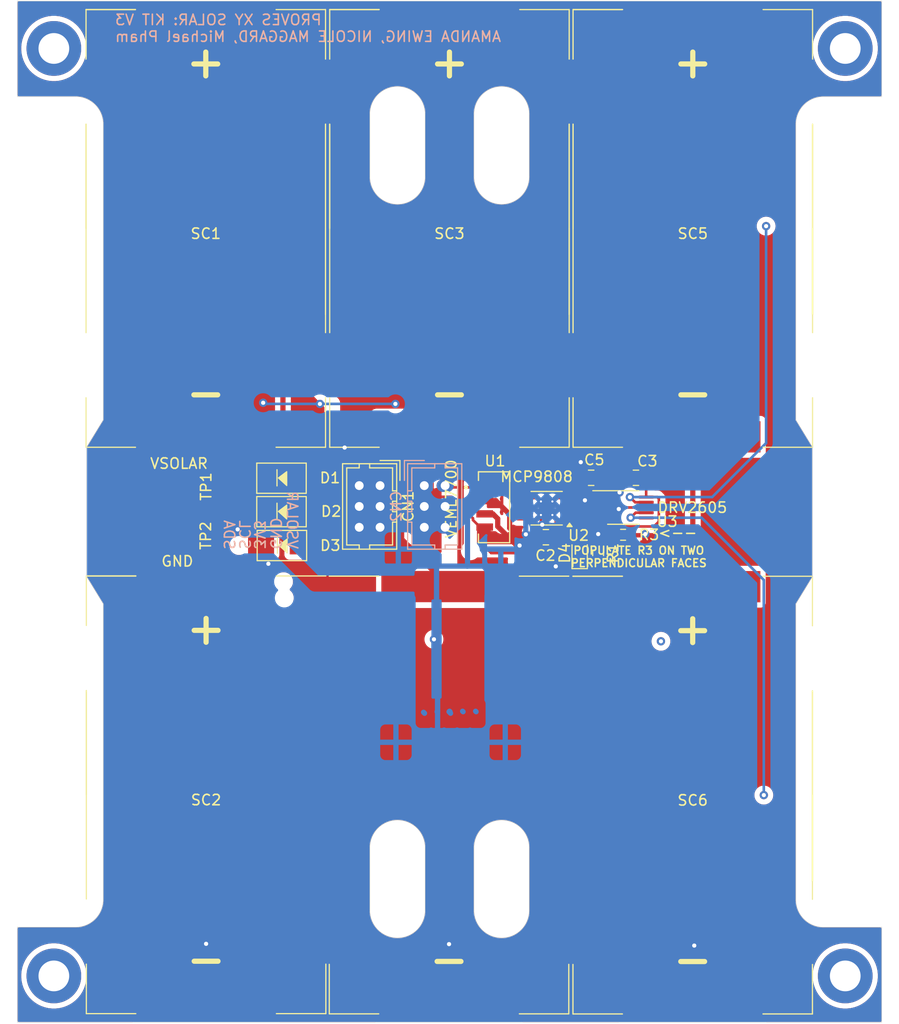
<source format=kicad_pcb>
(kicad_pcb (version 20241229) (generator "pcbnew") (generator_version "9.0")
  (title_block (title "Yearling Kit XY Faces") (date "2023-03-20") (rev "3.0"))
  (layers (0 "F.Cu" signal) (4 "In1.Cu" signal) (6 "In2.Cu" signal) (2 "B.Cu" signal) (13 "F.Paste" user) (15 "B.Paste" user) (5 "F.SilkS" user "F.Silkscreen") (7 "B.SilkS" user "B.Silkscreen") (1 "F.Mask" user) (3 "B.Mask" user) (25 "Edge.Cuts" user))
  (net 0 "")
  (net 1 "GND")
  (net 2 "+3V3")
  (net 3 "VSOLAR")
  (net 4 "Net-(U3-EN)")
  (net 5 "Net-(U3-REG)")
  (net 6 "Net-(D1-A)")
  (net 7 "Net-(D2-A)")
  (net 8 "SDA")
  (net 9 "SCL")
  (net 10 "Net-(D3-A)")
  (net 11 "Net-(D4-A)")
  (net 16 "Net-(SC1--)")
  (net 17 "Net-(SC3--)")
  (net 18 "Net-(SC5--)")
  (net 20 "Net-(U3-OUT+)")
  (footprint "SolarPanelBoards:MountingHoles" (layer "F.Cu") (at 106 70.3)
    (property "Reference" "J2" (at 0.54 0.01 0) (layer "F.SilkS"))
    (property "Value" "Conn_01x01")
    (pad "1" thru_hole circle (at 0.5 0) (size 5.25 5.25) (drill 2.95) (layers "*.Cu" "*.Mask"))
  )
  (footprint "SolarPanelBoards:MountingHoles" (layer "F.Cu") (at 106 159.3)
    (property "Reference" "J3" (at 0.42 0.13 0) (layer "F.SilkS"))
    (property "Value" "Conn_01x01")
    (pad "1" thru_hole circle (at 0.5 0) (size 5.25 5.25) (drill 2.95) (layers "*.Cu" "*.Mask"))
  )
  (footprint "SolarPanelBoards:MountingHoles" (layer "F.Cu") (at 183 70.3)
    (property "Reference" "J4" (at -0.4 0.08 0) (layer "F.SilkS"))
    (property "Value" "Conn_01x01")
    (pad "1" thru_hole circle (at -0.5 0) (size 5.25 5.25) (drill 2.95) (layers "*.Cu" "*.Mask"))
  )
  (footprint "SolarPanelBoards:MountingHoles" (layer "F.Cu") (at 183 159.3)
    (property "Reference" "J5" (at -0.62 0.07 0) (layer "F.SilkS"))
    (property "Value" "Conn_01x01")
    (pad "1" thru_hole circle (at -0.5 0) (size 5.25 5.25) (drill 2.95) (layers "*.Cu" "*.Mask"))
  )
  (footprint "LOGO" (layer "F.Cu") (at 145.2 139.3)
    (property "Reference" "G***" (hide yes))
    (property "Value" "LOGO" (hide yes))
  )
  (footprint "Package_SO:MSOP-8-1EP_3x3mm_P0.65mm_EP1.5x1.8mm_ThermalVias" (layer "F.Cu") (at 153.825 114.42 180)
    (property "Reference" "U2" (at -3.06875 -2.61125 0) (layer "F.SilkS"))
    (property "Value" "MCP9808_DFN")
    (pad "1" smd roundrect (at -2.1125 -0.975 180) (size 1.575 0.4) (layers "F.Cu" "F.Mask" "F.Paste") (net 8 "SDA"))
    (pad "2" smd roundrect (at -2.1125 -0.325 180) (size 1.575 0.4) (layers "F.Cu" "F.Mask" "F.Paste") (net 9 "SCL"))
    (pad "3" smd roundrect (at -2.1125 0.325 180) (size 1.575 0.4) (layers "F.Cu" "F.Mask" "F.Paste"))
    (pad "4" smd roundrect (at -2.1125 0.975 180) (size 1.575 0.4) (layers "F.Cu" "F.Mask" "F.Paste") (net 1 "GND"))
    (pad "5" smd roundrect (at 2.1125 0.975 180) (size 1.575 0.4) (layers "F.Cu" "F.Mask" "F.Paste") (net 1 "GND"))
    (pad "6" smd roundrect (at 2.1125 0.325 180) (size 1.575 0.4) (layers "F.Cu" "F.Mask" "F.Paste") (net 2 "+3V3"))
    (pad "7" smd roundrect (at 2.1125 -0.325 180) (size 1.575 0.4) (layers "F.Cu" "F.Mask" "F.Paste") (net 2 "+3V3"))
    (pad "8" smd roundrect (at 2.1125 -0.975 180) (size 1.575 0.4) (layers "F.Cu" "F.Mask" "F.Paste") (net 2 "+3V3"))
    (pad "9" thru_hole circle (at -0.55 -0.65 180) (size 0.5 0.5) (drill 0.2) (property pad_prop_heatsink) (layers "*.Cu") (net 1 "GND"))
    (pad "9" thru_hole circle (at -0.55 0.65 180) (size 0.5 0.5) (drill 0.2) (property pad_prop_heatsink) (layers "*.Cu") (net 1 "GND"))
    (pad "9" smd rect (at 0 0 180) (size 1.5 1.8) (property pad_prop_heatsink) (layers "F.Cu" "F.Mask") (net 1 "GND"))
    (pad "9" smd rect (at 0 0 180) (size 1.6 1.8) (property pad_prop_heatsink) (layers "B.Cu") (net 1 "GND"))
    (pad "9" thru_hole circle (at 0.55 -0.65 180) (size 0.5 0.5) (drill 0.2) (property pad_prop_heatsink) (layers "*.Cu") (net 1 "GND"))
    (pad "9" thru_hole circle (at 0.55 0.65 180) (size 0.5 0.5) (drill 0.2) (property pad_prop_heatsink) (layers "*.Cu") (net 1 "GND"))
  )
  (footprint "SolarPanelBoards:KXOB101K08F-TR" (layer "F.Cu") (at 167.86 87.57)
    (property "Reference" "SC5" (at 0 0.5 0) (layer "F.SilkS"))
    (property "Value" "SM101K07TF")
    (fp_text user "+" (at 0 -16 0) (layer "F.SilkS") (effects (font (size 3 3) (thickness 0.5))))
    (fp_text user "-" (at 0 15.75 0) (layer "F.SilkS") (effects (font (size 3 3) (thickness 0.5))))
    (pad "1" smd rect (at 0 -20) (size 13 3) (layers "F.Cu" "F.Mask" "F.Paste") (net 10 "Net-(D3-A)"))
    (pad "2" smd rect (at 0 20) (size 13 3) (layers "F.Cu" "F.Mask" "F.Paste") (net 18 "Net-(SC5--)"))
  )
  (footprint "SolarPanelBoards:Test Pad" (layer "F.Cu") (at 118.37 112.45 90)
    (property "Reference" "TP1" (at 0.11 2.75 90) (layer "F.SilkS"))
    (property "Value" "TestPoint")
    (pad "1" smd roundrect (at 0 0 90) (size 3 3) (layers "F.Cu" "F.Mask" "F.Paste") (net 3 "VSOLAR"))
  )
  (footprint "Connector_Hirose:Hirose_DF11-6DP-2DSA_2x03_P2.00mm_Vertical" (layer "F.Cu") (at 137.825 112.25 -90)
    (property "Reference" "CN1" (at 2 -2.7 90) (layer "F.SilkS"))
    (property "Value" "DF13A-5P-1.25H(21)")
    (pad "1" thru_hole roundrect (at 0 0 270) (size 1.2 1.65) (drill 0.85) (layers "*.Cu" "*.Mask") (roundrect_rratio 0.208333) (net 8 "SDA"))
    (pad "2" thru_hole oval (at 0 2 270) (size 1.2 1.65) (drill 0.85) (layers "*.Cu" "*.Mask") (net 9 "SCL"))
    (pad "3" thru_hole oval (at 2 0 270) (size 1.2 1.65) (drill 0.85) (layers "*.Cu" "*.Mask") (net 2 "+3V3"))
    (pad "4" thru_hole oval (at 2 2 270) (size 1.2 1.65) (drill 0.85) (layers "*.Cu" "*.Mask") (net 1 "GND"))
    (pad "5" thru_hole oval (at 4 0 270) (size 1.2 1.65) (drill 0.85) (layers "*.Cu" "*.Mask") (net 3 "VSOLAR"))
    (pad "6" thru_hole oval (at 4 2 270) (size 1.2 1.65) (drill 0.85) (layers "*.Cu" "*.Mask"))
  )
  (footprint "SolarPanelBoards:DO-214AC" (layer "F.Cu") (at 128.4 118)
    (property "Reference" "D3" (at 4.65 0 0) (layer "F.SilkS"))
    (property "Value" "CDBA240LL-HF")
    (pad "1" smd rect (at -2 0) (size 2.5 1.7) (layers "F.Cu" "F.Mask" "F.Paste") (net 3 "VSOLAR"))
    (pad "2" smd rect (at 2 0) (size 2.5 1.7) (layers "F.Cu" "F.Mask" "F.Paste") (net 10 "Net-(D3-A)"))
  )
  (footprint "SolarPanelBoards:Test Pad" (layer "F.Cu") (at 118.36 117.05 90)
    (property "Reference" "TP2" (at 0 2.73 90) (layer "F.SilkS"))
    (property "Value" "TestPoint")
    (pad "1" smd roundrect (at 0 0 90) (size 3 3) (layers "F.Cu" "F.Mask" "F.Paste") (net 1 "GND"))
  )
  (footprint "SolarPanelBoards:DO-214AC" (layer "F.Cu") (at 128.36 111.54)
    (property "Reference" "D1" (at 4.66 -0.03 0) (layer "F.SilkS"))
    (property "Value" "CDBA240LL-HF")
    (pad "1" smd rect (at -2 0) (size 2.5 1.7) (layers "F.Cu" "F.Mask" "F.Paste") (net 3 "VSOLAR"))
    (pad "2" smd rect (at 2 0) (size 2.5 1.7) (layers "F.Cu" "F.Mask" "F.Paste") (net 6 "Net-(D1-A)"))
  )
  (footprint "SolarPanelBoards:KXOB101K08F-TR" (layer "F.Cu") (at 144.49 87.57)
    (property "Reference" "SC3" (at 0 0.5 0) (layer "F.SilkS"))
    (property "Value" "SM101K07TF")
    (fp_text user "-" (at 0 15.75 0) (layer "F.SilkS") (effects (font (size 3 3) (thickness 0.5))))
    (fp_text user "+" (at 0 -16 0) (layer "F.SilkS") (effects (font (size 3 3) (thickness 0.5))))
    (pad "1" smd rect (at 0 -20) (size 13 3) (layers "F.Cu" "F.Mask" "F.Paste") (net 7 "Net-(D2-A)"))
    (pad "2" smd rect (at 0 20) (size 13 3) (layers "F.Cu" "F.Mask" "F.Paste") (net 17 "Net-(SC3--)"))
  )
  (footprint "LOGO" (layer "F.Cu") (at 150.9 135.3)
    (property "Reference" "G***" (hide yes))
    (property "Value" "LOGO" (hide yes))
  )
  (footprint "SolarPanelBoards:KXOB101K08F-TR" (layer "F.Cu") (at 144.45 141.94)
    (property "Reference" "SC4" (hide yes))
    (property "Value" "SM101K07TF")
    (fp_text user "-" (at 0 15.75 0) (layer "F.SilkS") (effects (font (size 3 3) (thickness 0.5))))
    (pad "1" smd rect (at 0 -20) (size 13 3) (layers "F.Cu" "F.Mask" "F.Paste") (net 17 "Net-(SC3--)"))
    (pad "2" smd rect (at 0 20) (size 13 3) (layers "F.Cu" "F.Mask" "F.Paste") (net 1 "GND"))
  )
  (footprint "SolarPanelBoards:KXOB101K08F-TR" (layer "F.Cu") (at 121.12 141.92)
    (property "Reference" "SC2" (at 0 0.5 0) (layer "F.SilkS"))
    (property "Value" "SM101K07TF")
    (fp_text user "+" (at 0 -16 0) (layer "F.SilkS") (effects (font (size 3 3) (thickness 0.5))))
    (fp_text user "-" (at 0 15.75 0) (layer "F.SilkS") (effects (font (size 3 3) (thickness 0.5))))
    (pad "1" smd rect (at 0 -20) (size 13 3) (layers "F.Cu" "F.Mask" "F.Paste") (net 16 "Net-(SC1--)"))
    (pad "2" smd rect (at 0 20) (size 13 3) (layers "F.Cu" "F.Mask" "F.Paste") (net 1 "GND"))
  )
  (footprint "SolarPanelBoards:DO-214AC" (layer "F.Cu") (at 128.36 114.75)
    (property "Reference" "D2" (at 4.77 -0.02 0) (layer "F.SilkS"))
    (property "Value" "CDBA240LL-HF")
    (pad "1" smd rect (at -2 0) (size 2.5 1.7) (layers "F.Cu" "F.Mask" "F.Paste") (net 3 "VSOLAR"))
    (pad "2" smd rect (at 2 0) (size 2.5 1.7) (layers "F.Cu" "F.Mask" "F.Paste") (net 7 "Net-(D2-A)"))
  )
  (footprint "SolarPanelBoards:KXOB101K08F-TR" (layer "F.Cu") (at 167.85 141.95)
    (property "Reference" "SC6" (at 0 0.5 0) (layer "F.SilkS"))
    (property "Value" "SM101K07TF")
    (fp_text user "-" (at 0 15.75 0) (layer "F.SilkS") (effects (font (size 3 3) (thickness 0.5))))
    (fp_text user "+" (at 0 -16 0) (layer "F.SilkS") (effects (font (size 3 3) (thickness 0.5))))
    (pad "1" smd rect (at 0 -20) (size 13 3) (layers "F.Cu" "F.Mask" "F.Paste") (net 18 "Net-(SC5--)"))
    (pad "2" smd rect (at 0 20) (size 13 3) (layers "F.Cu" "F.Mask" "F.Paste") (net 1 "GND"))
  )
  (footprint "Capacitor_SMD:C_0805_2012Metric" (layer "F.Cu") (at 153.75 117.2)
    (property "Reference" "C2" (at -0.04 1.76 0) (layer "F.SilkS"))
    (property "Value" "1uF")
    (pad "1" smd roundrect (at -0.95 0) (size 1 1.45) (layers "F.Cu" "F.Mask" "F.Paste") (net 2 "+3V3"))
    (pad "2" smd roundrect (at 0.95 0) (size 1 1.45) (layers "F.Cu" "F.Mask" "F.Paste") (net 1 "GND"))
  )
  (footprint "Capacitor_SMD:C_0805_2012Metric" (layer "F.Cu") (at 158.1 111.5 180)
    (property "Reference" "C5" (at -0.3 1.72 0) (layer "F.SilkS"))
    (property "Value" "1uF")
    (pad "1" smd roundrect (at -0.95 0 180) (size 1 1.45) (layers "F.Cu" "F.Mask" "F.Paste") (net 5 "Net-(U3-REG)"))
    (pad "2" smd roundrect (at 0.95 0 180) (size 1 1.45) (layers "F.Cu" "F.Mask" "F.Paste") (net 1 "GND"))
  )
  (footprint "LOGO" (layer "F.Cu") (at 157.5 139.6)
    (property "Reference" "G***" (hide yes))
    (property "Value" "LOGO" (hide yes))
  )
  (footprint "VEML7700-TT:XDCR_VEML7700-TT" (layer "F.Cu") (at 148.775 114.325)
    (property "Reference" "U1" (at 0.095 -4.435 0) (layer "F.SilkS"))
    (property "Value" "VEML7700")
    (pad "1" smd rect (at -0.9 -1.905) (size 1.6 0.7) (layers "F.Cu" "F.Mask" "F.Paste") (net 9 "SCL"))
    (pad "2" smd rect (at -0.9 -0.635) (size 1.6 0.7) (layers "F.Cu" "F.Mask" "F.Paste") (net 2 "+3V3"))
    (pad "3" smd rect (at -0.9 0.635) (size 1.6 0.7) (layers "F.Cu" "F.Mask" "F.Paste") (net 1 "GND"))
    (pad "4" smd rect (at -0.9 1.905) (size 1.6 0.7) (layers "F.Cu" "F.Mask" "F.Paste") (net 8 "SDA"))
  )
  (footprint "LOGO" (layer "F.Cu") (at 157.2 130.2)
    (property "Reference" "G***" (hide yes))
    (property "Value" "LOGO" (hide yes))
  )
  (footprint "LOGO" (layer "F.Cu") (at 145.382288 129.666346)
    (property "Reference" "G***" (hide yes))
    (property "Value" "LOGO" (hide yes))
  )
  (footprint "Resistor_SMD:R_0603_1608Metric" (layer "F.Cu") (at 161.165 116.97 180)
    (property "Reference" "R3" (at -2.495 0 0) (layer "F.SilkS"))
    (property "Value" "0-Ohm")
    (pad "1" smd roundrect (at -0.825 0 180) (size 0.8 0.95) (layers "F.Cu" "F.Mask" "F.Paste") (net 2 "+3V3"))
    (pad "2" smd roundrect (at 0.825 0 180) (size 0.8 0.95) (layers "F.Cu" "F.Mask" "F.Paste") (net 4 "Net-(U3-EN)"))
  )
  (footprint "Capacitor_SMD:C_0805_2012Metric" (layer "F.Cu") (at 162.4 111.5 180)
    (property "Reference" "C3" (at -1.1 1.6 180) (layer "F.SilkS"))
    (property "Value" "1uF")
    (pad "1" smd roundrect (at -0.949999 0 180) (size 1 1.45) (layers "F.Cu" "F.Mask" "F.Paste") (net 4 "Net-(U3-EN)"))
    (pad "2" smd roundrect (at 0.949999 0 180) (size 1 1.45) (layers "F.Cu" "F.Mask" "F.Paste") (net 1 "GND"))
  )
  (footprint "LED_SMD:LED_0603_1608Metric" (layer "F.Cu") (at 156.99375 118.73125 90)
    (property "Reference" "D4" (at 0 -1.43 90) (layer "F.SilkS"))
    (property "Value" "CQY99")
    (pad "1" smd roundrect (at -0.7875 0 90) (size 0.875 0.95) (layers "F.Cu" "F.Mask" "F.Paste") (net 1 "GND"))
    (pad "2" smd roundrect (at 0.7875 0 90) (size 0.875 0.95) (layers "F.Cu" "F.Mask" "F.Paste") (net 11 "Net-(D4-A)"))
  )
  (footprint "LOGO" (layer "F.Cu") (at 134.175 134.325)
    (property "Reference" "G***" (hide yes))
    (property "Value" "LOGO" (hide yes))
  )
  (footprint "SolarPanelBoards:KXOB101K08F-TR" (layer "F.Cu") (at 121.09 87.57)
    (property "Reference" "SC1" (at 0 0.5 0) (layer "F.SilkS"))
    (property "Value" "SM101K07TF")
    (fp_text user "+" (at 0 -16 0) (layer "F.SilkS") (effects (font (size 3 3) (thickness 0.5))))
    (fp_text user "-" (at 0 15.75 0) (layer "F.SilkS") (effects (font (size 3 3) (thickness 0.5))))
    (pad "1" smd rect (at 0 -20) (size 13 3) (layers "F.Cu" "F.Mask" "F.Paste") (net 6 "Net-(D1-A)"))
    (pad "2" smd rect (at 0 20) (size 13 3) (layers "F.Cu" "F.Mask" "F.Paste") (net 16 "Net-(SC1--)"))
  )
  (footprint "Resistor_SMD:R_0603_1608Metric" (layer "F.Cu") (at 158.76875 118.73125 -90)
    (property "Reference" "R1" (at 0 -1.43 90) (layer "F.SilkS"))
    (property "Value" "1k")
    (pad "1" smd roundrect (at -0.825 0 270) (size 0.8 0.95) (layers "F.Cu" "F.Mask" "F.Paste") (net 2 "+3V3"))
    (pad "2" smd roundrect (at 0.825 0 270) (size 0.8 0.95) (layers "F.Cu" "F.Mask" "F.Paste") (net 11 "Net-(D4-A)"))
  )
  (footprint "Package_SO:VSSOP-10_3x3mm_P0.5mm" (layer "F.Cu") (at 161.18 114.35)
    (property "Reference" "U3" (at 4.22 1.35 0) (layer "F.SilkS"))
    (property "Value" "DRV2605LDGS")
    (pad "1" smd roundrect (at -2.2 -1) (size 1.45 0.3) (layers "F.Cu" "F.Mask" "F.Paste") (net 5 "Net-(U3-REG)"))
    (pad "2" smd roundrect (at -2.2 -0.5) (size 1.45 0.3) (layers "F.Cu" "F.Mask" "F.Paste") (net 9 "SCL"))
    (pad "3" smd roundrect (at -2.2 0) (size 1.45 0.3) (layers "F.Cu" "F.Mask" "F.Paste") (net 8 "SDA"))
    (pad "4" smd roundrect (at -2.2 0.5) (size 1.45 0.3) (layers "F.Cu" "F.Mask" "F.Paste") (net 1 "GND"))
    (pad "5" smd roundrect (at -2.2 1) (size 1.45 0.3) (layers "F.Cu" "F.Mask" "F.Paste") (net 4 "Net-(U3-EN)"))
    (pad "6" smd roundrect (at 2.2 1) (size 1.45 0.3) (layers "F.Cu" "F.Mask" "F.Paste"))
    (pad "7" smd roundrect (at 2.2 0.5) (size 1.45 0.3) (layers "F.Cu" "F.Mask" "F.Paste") (net 20 "Net-(U3-OUT+)"))
    (pad "8" smd roundrect (at 2.2 0) (size 1.45 0.3) (layers "F.Cu" "F.Mask" "F.Paste") (net 1 "GND"))
    (pad "9" smd roundrect (at 2.2 -0.5) (size 1.45 0.3) (layers "F.Cu" "F.Mask" "F.Paste") (net 20 "Net-(U3-OUT+)"))
    (pad "10" smd roundrect (at 2.2 -1) (size 1.45 0.3) (layers "F.Cu" "F.Mask" "F.Paste") (net 4 "Net-(U3-EN)"))
  )
  (footprint "LOGO" (layer "B.Cu") (at 126.1 95.4 180)
    (property "Reference" "G***" (hide yes))
    (property "Value" "LOGO" (hide yes))
  )
  (footprint "Connector_Hirose:Hirose_DF11-6DP-2DSA_2x03_P2.00mm_Vertical" (layer "B.Cu") (at 142.075 112.25 -90)
    (property "Reference" "CN2" (at 2 2.7 90) (layer "B.SilkS") (effects (justify mirror)))
    (property "Value" "DF13C-5P-1.25V(21)" (hide yes))
    (pad "1" thru_hole roundrect (at 0 0 270) (size 1.2 1.65) (drill 0.85) (layers "*.Cu" "*.Mask") (roundrect_rratio 0.208333) (net 8 "SDA"))
    (pad "2" thru_hole oval (at 0 -2 270) (size 1.2 1.65) (drill 0.85) (layers "*.Cu" "*.Mask") (net 9 "SCL"))
    (pad "3" thru_hole oval (at 2 0 270) (size 1.2 1.65) (drill 0.85) (layers "*.Cu" "*.Mask") (net 2 "+3V3"))
    (pad "4" thru_hole oval (at 2 -2 270) (size 1.2 1.65) (drill 0.85) (layers "*.Cu" "*.Mask") (net 1 "GND"))
    (pad "5" thru_hole oval (at 4 0 270) (size 1.2 1.65) (drill 0.85) (layers "*.Cu" "*.Mask") (net 3 "VSOLAR"))
    (pad "6" thru_hole oval (at 4 -2 270) (size 1.2 1.65) (drill 0.85) (layers "*.Cu" "*.Mask"))
  )
  (gr_line (start 136.85 153) (end 136.85 147) (stroke (width 0.05)) (layer "Edge.Cuts"))
  (gr_line (start 142.15 153) (end 142.15 147) (stroke (width 0.05)) (layer "Edge.Cuts"))
  (gr_line (start 146.85 147) (end 146.85 153) (stroke (width 0.05)) (layer "Edge.Cuts"))
  (gr_line (start 152.15 153) (end 152.15 147) (stroke (width 0.05)) (layer "Edge.Cuts"))
  (gr_line (start 142.15 76.6) (end 142.15 82.6) (stroke (width 0.05)) (layer "Edge.Cuts"))
  (gr_line (start 136.85 76.6) (end 136.85 82.6) (stroke (width 0.05)) (layer "Edge.Cuts"))
  (gr_line (start 146.85 76.6) (end 146.85 82.6) (stroke (width 0.05)) (layer "Edge.Cuts"))
  (gr_line (start 152.15 76.6) (end 152.15 82.6) (stroke (width 0.05)) (layer "Edge.Cuts"))
  (gr_line (start 186 65.75) (end 103 65.75) (stroke (width 0.05)) (layer "Edge.Cuts"))
  (gr_line (start 108.58 74.92) (end 103 74.92) (stroke (width 0.05)) (layer "Edge.Cuts"))
  (gr_arc (start 108.58 74.92) (mid 110.461789 75.69114) (end 111.24 77.57) (stroke (width 0.05)) (layer "Edge.Cuts"))
  (gr_line (start 103 65.75) (end 103 74.92) (stroke (width 0.05)) (layer "Edge.Cuts"))
  (gr_line (start 103 154.62) (end 103 163.75) (stroke (width 0.05)) (layer "Edge.Cuts"))
  (gr_arc (start 142.15 82.6) (mid 139.5 85.25) (end 136.85 82.6) (stroke (width 0.05)) (layer "Edge.Cuts"))
  (gr_line (start 186 74.925) (end 180.42 74.925) (stroke (width 0.05)) (layer "Edge.Cuts"))
  (gr_arc (start 146.85 76.6) (mid 149.5 73.95) (end 152.15 76.6) (stroke (width 0.05)) (layer "Edge.Cuts"))
  (gr_line (start 186 74.925) (end 186 65.75) (stroke (width 0.05)) (layer "Edge.Cuts"))
  (gr_arc (start 136.85 76.6) (mid 139.5 73.95) (end 142.15 76.6) (stroke (width 0.05)) (layer "Edge.Cuts"))
  (gr_line (start 111.24 123.595) (end 111.24 151.97) (stroke (width 0.05)) (layer "Edge.Cuts"))
  (gr_line (start 109.65 108.545) (end 109.65 120.995) (stroke (width 0.05)) (layer "Edge.Cuts"))
  (gr_line (start 109.65 120.995) (end 111.24 123.595) (stroke (width 0.05)) (layer "Edge.Cuts"))
  (gr_line (start 103 163.75) (end 186 163.75) (stroke (width 0.05)) (layer "Edge.Cuts"))
  (gr_arc (start 136.85 147) (mid 139.5 144.35) (end 142.15 147) (stroke (width 0.05)) (layer "Edge.Cuts"))
  (gr_line (start 186 163.75) (end 186 154.625) (stroke (width 0.05)) (layer "Edge.Cuts"))
  (gr_arc (start 142.15 153) (mid 139.5 155.65) (end 136.85 153) (stroke (width 0.05)) (layer "Edge.Cuts"))
  (gr_arc (start 177.76 77.575) (mid 178.538203 75.696102) (end 180.42 74.925) (stroke (width 0.05)) (layer "Edge.Cuts"))
  (gr_line (start 109.65 108.545) (end 111.24 105.945) (stroke (width 0.05)) (layer "Edge.Cuts"))
  (gr_line (start 177.76 105.95) (end 179.35 108.55) (stroke (width 0.05)) (layer "Edge.Cuts"))
  (gr_line (start 177.76 77.575) (end 177.76 105.95) (stroke (width 0.05)) (layer "Edge.Cuts"))
  (gr_arc (start 146.85 147) (mid 149.5 144.35) (end 152.15 147) (stroke (width 0.05)) (layer "Edge.Cuts"))
  (gr_arc (start 111.24 151.97) (mid 110.461768 153.848869) (end 108.58 154.62) (stroke (width 0.05)) (layer "Edge.Cuts"))
  (gr_line (start 179.35 108.55) (end 179.35 121) (stroke (width 0.05)) (layer "Edge.Cuts"))
  (gr_arc (start 152.15 153) (mid 149.5 155.65) (end 146.85 153) (stroke (width 0.05)) (layer "Edge.Cuts"))
  (gr_line (start 111.24 77.57) (end 111.24 105.945) (stroke (width 0.05)) (layer "Edge.Cuts"))
  (gr_arc (start 180.42 154.625) (mid 178.538276 153.853824) (end 177.76 151.975) (stroke (width 0.05)) (layer "Edge.Cuts"))
  (gr_line (start 103 154.62) (end 108.58 154.62) (stroke (width 0.05)) (layer "Edge.Cuts"))
  (gr_arc (start 152.15 82.6) (mid 149.5 85.25) (end 146.85 82.6) (stroke (width 0.05)) (layer "Edge.Cuts"))
  (gr_line (start 177.76 123.6) (end 177.76 151.975) (stroke (width 0.05)) (layer "Edge.Cuts"))
  (gr_line (start 177.76 123.6) (end 179.35 121) (stroke (width 0.05)) (layer "Edge.Cuts"))
  (gr_line (start 180.42 154.625) (end 186 154.625) (stroke (width 0.05)) (layer "Edge.Cuts"))
  (gr_text "GND" (at 118.36 119.51 0) (layer "F.SilkS") (effects (font (size 1 1))))
  (gr_text "MCP9808" (at 152.86 111.4 0) (layer "F.SilkS") (effects (font (size 1 1))))
  (gr_text "<--" (at 166.41 116.76 0) (layer "F.SilkS") (effects (font (size 1 1))))
  (gr_text "VEML7700" (at 144.66 113.51 90) (layer "F.SilkS") (effects (font (size 1 1))))
  (gr_text "DRV2605" (at 167.82 114.36 0) (layer "F.SilkS") (effects (font (size 1 1))))
  (gr_text "POPULATE R3 ON TWO\nPERPENDICULAR FACES" (at 162.67 119.08 0) (layer "F.SilkS") (effects (font (size 0.75 0.75))))
  (gr_text "VSOLAR" (at 118.52 110.13 0) (layer "F.SilkS") (effects (font (size 1 1))))
  (gr_text "VSOLAR" (at 129.39 115.56 270) (layer "B.SilkS") (effects (font (size 1 1)) (justify mirror)))
  (gr_text "PROVES XY SOLAR: KIT V3\nAMANDA EWING, NICOLE MAGGARD, Michael Pham" (at 112.29 68.36 0) (layer "B.SilkS") (effects (font (size 1 1)) (justify right mirror)))
  (gr_text "GND" (at 127.8 116.84 270) (layer "B.SilkS") (effects (font (size 1 1)) (justify mirror)))
  (gr_text "3V3" (at 126.24 116.95 270) (layer "B.SilkS") (effects (font (size 1 1)) (justify mirror)))
  (gr_text "SDA" (at 123.33 116.97 270) (layer "B.SilkS") (effects (font (size 1 1)) (justify mirror)))
  (gr_text "SCL" (at 124.81 116.97 270) (layer "B.SilkS") (effects (font (size 1 1)) (justify mirror)))
  (segment (start 153.275 115.875) (end 153.275 115.07) (width 0.25) (layer "F.Cu") (net 1))
  (segment (start 160.75 112.975) (end 160.825 112.9) (width 0.25) (layer "F.Cu") (net 1))
  (segment (start 149.126 116.167364) (end 150.958636 118) (width 0.5) (layer "F.Cu") (net 1))
  (segment (start 155.9375 113.445) (end 154.7 113.445) (width 0.25) (layer "F.Cu") (net 1))
  (segment (start 144.45 161.94) (end 144.45 156.25) (width 0.5) (layer "F.Cu") (net 1))
  (segment (start 151.7125 113.445) (end 152.95 113.445) (width 0.25) (layer "F.Cu") (net 1))
  (segment (start 154.7 115.395) (end 154.7 116.65) (width 0.25) (layer "F.Cu") (net 1))
  (segment (start 160.9 114.35) (end 160.75 114.5) (width 0.25) (layer "F.Cu") (net 1))
  (segment (start 168 161.97) (end 168 156.39) (width 0.5) (layer "F.Cu") (net 1))
  (segment (start 153.4 116) (end 153.275 115.875) (width 0.25) (layer "F.Cu") (net 1))
  (segment (start 156.5125 120) (end 156.99375 119.51875) (width 0.5) (layer "F.Cu") (net 1))
  (segment (start 158.98 114.85) (end 160.4 114.85) (width 0.25) (layer "F.Cu") (net 1))
  (segment (start 121.12 161.92) (end 121.12 156.22) (width 0.5) (layer "F.Cu") (net 1))
  (segment (start 160.75 114.5) (end 160.75 112.975) (width 0.25) (layer "F.Cu") (net 1))
  (segment (start 161.450001 111.5) (end 161.450001 112.274999) (width 0.25) (layer "F.Cu") (net 1))
  (segment (start 152.95 113.445) (end 153.275 113.77) (width 0.25) (layer "F.Cu") (net 1))
  (segment (start 149.126 115.429) (end 148.657 114.96) (width 0.5) (layer "F.Cu") (net 1))
  (segment (start 157.1 110) (end 157.15 110.05) (width 0.25) (layer "F.Cu") (net 1))
  (segment (start 160.4 114.85) (end 160.75 114.5) (width 0.25) (layer "F.Cu") (net 1))
  (segment (start 154.7 116.65) (end 154.375 116.975) (width 0.25) (layer "F.Cu") (net 1))
  (segment (start 157.15 110.05) (end 157.15 111.45) (width 0.25) (layer "F.Cu") (net 1))
  (segment (start 150.958636 118) (end 151.225 118) (width 0.5) (layer "F.Cu") (net 1))
  (segment (start 154.7 120) (end 156.5125 120) (width 0.5) (layer "F.Cu") (net 1))
  (segment (start 154.375 115.07) (end 154.7 115.395) (width 0.25) (layer "F.Cu") (net 1))
  (segment (start 149.126 115.429) (end 149.126 116.167364) (width 0.5) (layer "F.Cu") (net 1))
  (segment (start 163.38 114.35) (end 160.9 114.35) (width 0.25) (layer "F.Cu") (net 1))
  (segment (start 156.8875 119.4) (end 156.9 119.3875) (width 0.5) (layer "F.Cu") (net 1))
  (segment (start 118.36 117.05) (end 123.55 117.05) (width 0.5) (layer "F.Cu") (net 1))
  (segment (start 154.7 113.445) (end 154.375 113.77) (width 0.25) (layer "F.Cu") (net 1))
  (segment (start 148.657 114.96) (end 147.875 114.96) (width 0.5) (layer "F.Cu") (net 1))
  (segment (start 161.450001 112.274999) (end 160.825 112.9) (width 0.25) (layer "F.Cu") (net 1))
  (segment (start 123.55 117.05) (end 124.15 116.45) (width 0.5) (layer "F.Cu") (net 1))
  (via (at 168 156.39) (size 0.8) (drill 0.4) (layers "F.Cu" "B.Cu") (net 1))
  (via (at 160.825 112.9) (size 0.8) (drill 0.4) (layers "F.Cu" "B.Cu") (net 1))
  (via (at 157.1 110) (size 0.8) (drill 0.4) (layers "F.Cu" "B.Cu") (net 1))
  (via (at 144.45 156.25) (size 0.8) (drill 0.4) (layers "F.Cu" "B.Cu") (net 1))
  (via (at 153.4 116) (size 0.8) (drill 0.4) (layers "F.Cu" "B.Cu") (net 1))
  (via (at 154.7 120) (size 0.8) (drill 0.4) (layers "F.Cu" "B.Cu") (net 1))
  (via (at 134.425 108.6) (size 0.8) (drill 0.4) (layers "F.Cu" "B.Cu") (net 1))
  (via (at 151.225 118) (size 0.8) (drill 0.4) (layers "F.Cu" "B.Cu") (net 1))
  (via (at 121.12 156.22) (size 0.8) (drill 0.4) (layers "F.Cu" "B.Cu") (net 1))
  (via (at 124.15 116.45) (size 0.8) (drill 0.4) (layers "F.Cu" "B.Cu") (net 1))
  (via (at 143 127) (size 0.8) (drill 0.4) (layers "F.Cu" "B.Cu") (net 1))
  (via (at 160.75 114.5) (size 0.8) (drill 0.4) (layers "F.Cu" "B.Cu") (net 1))
  (segment (start 149.75 119.975) (end 146.2 119.975) (width 0.5) (layer "B.Cu") (net 1))
  (segment (start 143 130.8) (end 143.35 131.15) (width 0.5) (layer "B.Cu") (net 1))
  (segment (start 151.25 119.975) (end 149.75 119.975) (width 0.5) (layer "B.Cu") (net 1))
  (segment (start 151.225 119.95) (end 151.25 119.975) (width 0.5) (layer "B.Cu") (net 1))
  (segment (start 151.225 118) (end 151.225 119.95) (width 0.5) (layer "B.Cu") (net 1))
  (segment (start 145.575 114.25) (end 146.225 114.9) (width 0.5) (layer "B.Cu") (net 1))
  (segment (start 134.425 116.561338) (end 134.425 114.175) (width 0.5) (layer "B.Cu") (net 1))
  (segment (start 144.075 114.25) (end 145.575 114.25) (width 0.5) (layer "B.Cu") (net 1))
  (segment (start 137.838662 119.975) (end 134.425 116.561338) (width 0.5) (layer "B.Cu") (net 1))
  (segment (start 154.7 119.975) (end 154.7 120) (width 0.5) (layer "B.Cu") (net 1))
  (segment (start 143.35 133.9) (end 143.3 133.95) (width 0.5) (layer "B.Cu") (net 1))
  (segment (start 143 127) (end 143 130.8) (width 0.5) (layer "B.Cu") (net 1))
  (segment (start 146.225 119.95) (end 146.2 119.975) (width 0.5) (layer "B.Cu") (net 1))
  (segment (start 143.35 131.15) (end 143.35 133.9) (width 0.5) (layer "B.Cu") (net 1))
  (segment (start 134.425 114.175) (end 134.425 108.6) (width 0.5) (layer "B.Cu") (net 1))
  (segment (start 135.825 114.25) (end 134.5 114.25) (width 0.5) (layer "B.Cu") (net 1))
  (segment (start 146.225 114.9) (end 146.225 119.95) (width 0.5) (layer "B.Cu") (net 1))
  (segment (start 154.7 119.975) (end 151.25 119.975) (width 0.5) (layer "B.Cu") (net 1))
  (segment (start 146.2 119.975) (end 137.838662 119.975) (width 0.5) (layer "B.Cu") (net 1))
  (segment (start 134.5 114.25) (end 134.425 114.175) (width 0.5) (layer "B.Cu") (net 1))
  (segment (start 151.75 115.4325) (end 151.7125 115.395) (width 0.25) (layer "F.Cu") (net 2))
  (segment (start 151.825 116.925) (end 152.1 117.2) (width 0.25) (layer "F.Cu") (net 2))
  (segment (start 161.99 116.97) (end 163.23 116.97) (width 0.25) (layer "F.Cu") (net 2))
  (segment (start 150.275 116.325) (end 150.875 116.925) (width 0.5) (layer "F.Cu") (net 2))
  (segment (start 158.775 117.775) (end 158.775 116.9) (width 0.25) (layer "F.Cu") (net 2))
  (segment (start 151.823586 116.925) (end 151.75 116.851414) (width 0.25) (layer "F.Cu") (net 2))
  (segment (start 150.275 115.025) (end 150.275 116.325) (width 0.5) (layer "F.Cu") (net 2))
  (segment (start 163.23 116.97) (end 163.3 116.9) (width 0.25) (layer "F.Cu") (net 2))
  (segment (start 152.1 117.2) (end 152.45 117.2) (width 0.25) (layer "F.Cu") (net 2))
  (segment (start 151.7125 114.745) (end 151.7125 114.095) (width 0.25) (layer "F.Cu") (net 2))
  (segment (start 147.875 113.69) (end 148.94 113.69) (width 0.5) (layer "F.Cu") (net 2))
  (segment (start 151.75 116.851414) (end 151.75 115.4325) (width 0.25) (layer "F.Cu") (net 2))
  (segment (start 148.94 113.69) (end 150.275 115.025) (width 0.5) (layer "F.Cu") (net 2))
  (segment (start 151.825 116.925) (end 151.823586 116.925) (width 0.25) (layer "F.Cu") (net 2))
  (segment (start 151.7125 115.395) (end 151.7125 114.745) (width 0.25) (layer "F.Cu") (net 2))
  (segment (start 150.875 116.925) (end 151.825 116.925) (width 0.5) (layer "F.Cu") (net 2))
  (via (at 139.3 104.41) (size 0.8) (drill 0.4) (layers "F.Cu" "B.Cu") (net 2))
  (via (at 151.825 116.925) (size 0.8) (drill 0.4) (layers "F.Cu" "B.Cu") (net 2))
  (via (at 163.3 116.9) (size 0.8) (drill 0.4) (layers "F.Cu" "B.Cu") (net 2))
  (via (at 126.6 104.3) (size 0.8) (drill 0.4) (layers "F.Cu" "B.Cu") (net 2))
  (via (at 158.775 116.9) (size 0.8) (drill 0.4) (layers "F.Cu" "B.Cu") (net 2))
  (via (at 132.05 104.41) (size 0.8) (drill 0.4) (layers "F.Cu" "B.Cu") (net 2))
  (segment (start 144.6 134.1) (end 144.45 133.95) (width 0.5) (layer "B.Cu") (net 2))
  (segment (start 139.975 114.25) (end 137.825 114.25) (width 0.5) (layer "B.Cu") (net 2))
  (segment (start 139.3 104.41) (end 132.05 104.41) (width 0.25) (layer "B.Cu") (net 2))
  (segment (start 132.05 104.41) (end 126.71 104.41) (width 0.25) (layer "B.Cu") (net 2))
  (segment (start 139.975 112.426708) (end 142.101708 110.3) (width 0.5) (layer "B.Cu") (net 2))
  (segment (start 142.075 114.25) (end 139.975 114.25) (width 0.5) (layer "B.Cu") (net 2))
  (segment (start 151.825 113.425) (end 151.825 116.925) (width 0.5) (layer "B.Cu") (net 2))
  (segment (start 142.101708 110.3) (end 148.7 110.3) (width 0.5) (layer "B.Cu") (net 2))
  (segment (start 139.975 114.25) (end 139.975 112.426708) (width 0.5) (layer "B.Cu") (net 2))
  (segment (start 148.7 110.3) (end 151.825 113.425) (width 0.5) (layer "B.Cu") (net 2))
  (segment (start 144.5 133.9) (end 144.55 133.95) (width 0.5) (layer "B.Cu") (net 2))
  (segment (start 126.71 104.41) (end 126.6 104.3) (width 0.25) (layer "B.Cu") (net 2))
  (segment (start 126.36 117.96) (end 126.4 118) (width 0.5) (layer "F.Cu") (net 3))
  (segment (start 126.36 111.54) (end 126.36 117.96) (width 0.5) (layer "F.Cu") (net 3))
  (segment (start 118.37 112.45) (end 119.28 111.54) (width 0.5) (layer "F.Cu") (net 3))
  (segment (start 127.1 119.75) (end 126.7 119.35) (width 0.5) (layer "F.Cu") (net 3))
  (segment (start 126.7 119.35) (end 126.65 119.35) (width 0.5) (layer "F.Cu") (net 3))
  (segment (start 126.65 119.35) (end 126.65 118.25) (width 0.5) (layer "F.Cu") (net 3))
  (segment (start 119.28 111.54) (end 126.36 111.54) (width 0.5) (layer "F.Cu") (net 3))
  (segment (start 126.65 118.25) (end 126.4 118) (width 0.5) (layer "F.Cu") (net 3))
  (via (at 127.1 119.75) (size 0.8) (drill 0.4) (layers "F.Cu" "B.Cu") (net 3))
  (segment (start 142 134) (end 142.1 134.1) (width 0.5) (layer "B.Cu") (net 3))
  (segment (start 161.14 116.17) (end 164.13 116.17) (width 0.25) (layer "F.Cu") (net 4))
  (segment (start 158.98 115.35) (end 158.98 115.61) (width 0.25) (layer "F.Cu") (net 4))
  (segment (start 158.98 115.61) (end 160.34 116.97) (width 0.25) (layer "F.Cu") (net 4))
  (segment (start 164.45 113.35) (end 163.38 113.35) (width 0.25) (layer "F.Cu") (net 4))
  (segment (start 164.6 113.5) (end 164.45 113.35) (width 0.25) (layer "F.Cu") (net 4))
  (segment (start 163.38 113.35) (end 163.38 111.41) (width 0.25) (layer "F.Cu") (net 4))
  (segment (start 163.38 111.41) (end 163.41 111.38) (width 0.25) (layer "F.Cu") (net 4))
  (segment (start 160.34 116.97) (end 161.14 116.17) (width 0.25) (layer "F.Cu") (net 4))
  (segment (start 164.13 116.17) (end 164.6 115.7) (width 0.25) (layer "F.Cu") (net 4))
  (segment (start 164.6 115.7) (end 164.6 113.5) (width 0.25) (layer "F.Cu") (net 4))
  (segment (start 158.98 113.35) (end 158.98 111.57) (width 0.25) (layer "F.Cu") (net 5))
  (segment (start 158.98 111.57) (end 159.05 111.5) (width 0.25) (layer "F.Cu") (net 5))
  (segment (start 128.5 109.68) (end 130.36 111.54) (width 0.5) (layer "F.Cu") (net 6))
  (segment (start 121.09 67.57) (end 128.5 74.98) (width 0.5) (layer "F.Cu") (net 6))
  (segment (start 128.5 74.98) (end 128.5 109.68) (width 0.5) (layer "F.Cu") (net 6))
  (segment (start 144.49 67.57) (end 140.26 71.8) (width 0.5) (layer "F.Cu") (net 7))
  (segment (start 131.06 77.74) (end 131.06 109.06) (width 0.5) (layer "F.Cu") (net 7))
  (segment (start 131.06 109.06) (end 132.25 110.25) (width 0.5) (layer "F.Cu") (net 7))
  (segment (start 132.25 112.86) (end 130.36 114.75) (width 0.5) (layer "F.Cu") (net 7))
  (segment (start 140.26 71.8) (end 137 71.8) (width 0.5) (layer "F.Cu") (net 7))
  (segment (start 132.25 110.25) (end 132.25 112.86) (width 0.5) (layer "F.Cu") (net 7))
  (segment (start 137 71.8) (end 131.06 77.74) (width 0.5) (layer "F.Cu") (net 7))
  (segment (start 156.678812 115.395) (end 155.9375 115.395) (width 0.25) (layer "F.Cu") (net 8))
  (segment (start 148.5 118.725) (end 147.875 118.1) (width 0.25) (layer "F.Cu") (net 8))
  (segment (start 147.425 116.23) (end 147.875 116.23) (width 0.25) (layer "F.Cu") (net 8))
  (segment (start 155.275 118.725) (end 148.5 118.725) (width 0.25) (layer "F.Cu") (net 8))
  (segment (start 142.075 112.25) (end 143.149 113.324) (width 0.25) (layer "F.Cu") (net 8))
  (segment (start 146.749 115.554) (end 147.425 116.23) (width 0.25) (layer "F.Cu") (net 8))
  (segment (start 155.9375 115.395) (end 155.9375 118.0625) (width 0.25) (layer "F.Cu") (net 8))
  (segment (start 157.723812 114.35) (end 156.678812 115.395) (width 0.25) (layer "F.Cu") (net 8))
  (segment (start 147.875 116.23) (end 147.875 118.1) (width 0.25) (layer "F.Cu") (net 8))
  (segment (start 155.9375 118.0625) (end 155.275 118.725) (width 0.25) (layer "F.Cu") (net 8))
  (segment (start 144.683562 113.324) (end 146.749 115.389438) (width 0.25) (layer "F.Cu") (net 8))
  (segment (start 143.149 113.324) (end 144.683562 113.324) (width 0.25) (layer "F.Cu") (net 8))
  (segment (start 158.98 114.35) (end 157.723812 114.35) (width 0.25) (layer "F.Cu") (net 8))
  (segment (start 146.749 115.389438) (end 146.749 115.554) (width 0.25) (layer "F.Cu") (net 8))
  (segment (start 147.05 133.95) (end 147 133.9) (width 0.5) (layer "B.Cu") (net 8))
  (segment (start 157.499467 113.925759) (end 156.680226 114.745) (width 0.25) (layer "F.Cu") (net 9))
  (segment (start 157.499467 113.660584) (end 157.499467 113.925759) (width 0.25) (layer "F.Cu") (net 9))
  (segment (start 157.573812 113.688586) (end 157.573812 113.85) (width 0.25) (layer "F.Cu") (net 9))
  (segment (start 159.125 113.85) (end 159.149 113.874) (width 0.25) (layer "F.Cu") (net 9))
  (segment (start 157.736883 113.85) (end 159.125 113.85) (width 0.25) (layer "F.Cu") (net 9))
  (segment (start 144.82 112.42) (end 147.875 112.42) (width 0.25) (layer "F.Cu") (net 9))
  (segment (start 144.65 112.25) (end 144.82 112.42) (width 0.25) (layer "F.Cu") (net 9))
  (segment (start 157.712883 113.874) (end 157.736883 113.85) (width 0.25) (layer "F.Cu") (net 9))
  (segment (start 156.680226 114.745) (end 155.9375 114.745) (width 0.25) (layer "F.Cu") (net 9))
  (segment (start 144.075 112.25) (end 144.65 112.25) (width 0.25) (layer "F.Cu") (net 9))
  (via (at 157.499467 113.660584) (size 0.8) (drill 0.4) (layers "F.Cu" "B.Cu") (net 9))
  (segment (start 145.8 133.95) (end 145.75 133.9) (width 0.5) (layer "B.Cu") (net 9))
  (segment (start 152.18 105.62) (end 167.86 89.94) (width 0.5) (layer "F.Cu") (net 10))
  (segment (start 134.63 105.62) (end 152.18 105.62) (width 0.5) (layer "F.Cu") (net 10))
  (segment (start 130.4 118) (end 131.91 118) (width 0.5) (layer "F.Cu") (net 10))
  (segment (start 131.91 118) (end 133.25 116.66) (width 0.5) (layer "F.Cu") (net 10))
  (segment (start 133.25 107) (end 134.63 105.62) (width 0.5) (layer "F.Cu") (net 10))
  (segment (start 133.25 116.66) (end 133.25 107) (width 0.5) (layer "F.Cu") (net 10))
  (segment (start 167.86 89.94) (end 167.86 67.57) (width 0.5) (layer "F.Cu") (net 10))
  (segment (start 158.775 119.425) (end 158.6125 119.425) (width 0.25) (layer "F.Cu") (net 11))
  (segment (start 158.60625 119.55625) (end 156.99375 117.94375) (width 0.25) (layer "F.Cu") (net 11))
  (segment (start 112.6 110.95) (end 115.98 107.57) (width 0.5) (layer "F.Cu") (net 16))
  (segment (start 112.6 118.49) (end 112.6 110.95) (width 0.5) (layer "F.Cu") (net 16))
  (segment (start 116.03 121.92) (end 112.6 118.49) (width 0.5) (layer "F.Cu") (net 16))
  (segment (start 115.98 107.57) (end 121.09 107.57) (width 0.5) (layer "F.Cu") (net 16))
  (segment (start 121.12 121.92) (end 116.03 121.92) (width 0.5) (layer "F.Cu") (net 16))
  (segment (start 144.49 107.57) (end 139.9 112.16) (width 0.5) (layer "F.Cu") (net 17))
  (segment (start 139.9 112.16) (end 139.9 117.39) (width 0.5) (layer "F.Cu") (net 17))
  (segment (start 139.9 117.39) (end 144.45 121.94) (width 0.5) (layer "F.Cu") (net 17))
  (segment (start 167.86 121.83) (end 168 121.97) (width 0.5) (layer "F.Cu") (net 18))
  (segment (start 167.86 107.57) (end 167.86 121.83) (width 0.5) (layer "F.Cu") (net 18))
  (segment (start 163.38 114.85) (end 162.37 114.85) (width 0.25) (layer "F.Cu") (net 20))
  (segment (start 162.32 113.85) (end 161.82 113.35) (width 0.25) (layer "F.Cu") (net 20))
  (segment (start 162.37 114.85) (end 161.89 115.33) (width 0.25) (layer "F.Cu") (net 20))
  (segment (start 163.38 113.85) (end 162.32 113.85) (width 0.25) (layer "F.Cu") (net 20))
  (via (at 161.89 115.33) (size 0.8) (drill 0.4) (layers "F.Cu" "B.Cu") (net 20))
  (via (at 174.68 141.95) (size 0.8) (drill 0.4) (layers "F.Cu" "B.Cu") (net 20))
  (via (at 161.82 113.35) (size 0.8) (drill 0.4) (layers "F.Cu" "B.Cu") (net 20))
  (via (at 164.8 127.19) (size 0.8) (drill 0.4) (layers "F.Cu" "B.Cu") (net 20))
  (via (at 174.9 87.35) (size 0.8) (drill 0.4) (layers "F.Cu" "B.Cu") (net 20))
  (segment (start 161.82 113.35) (end 169.72 113.35) (width 0.25) (layer "B.Cu") (net 20))
  (segment (start 169.72 113.35) (end 174.9 108.17) (width 0.25) (layer "B.Cu") (net 20))
  (segment (start 174.9 108.17) (end 174.9 87.35) (width 0.25) (layer "B.Cu") (net 20))
  (segment (start 174.68 121.31) (end 174.68 141.95) (width 0.25) (layer "B.Cu") (net 20))
  (segment (start 168.7 115.33) (end 174.68 121.31) (width 0.25) (layer "B.Cu") (net 20))
  (segment (start 161.89 115.33) (end 168.7 115.33) (width 0.25) (layer "B.Cu") (net 20))
  (zone (net 2) (net_name "+3V3") (layer "F.Cu") (connect_pads (clearance 0.508)) (min_thickness 0.254) (fill yes (thermal_gap 0.508) (thermal_bridge_width 0.508))
    (polygon (pts (xy 185.99 163.75) (xy 103 163.75) (xy 103 65.77) (xy 185.98 65.76)))
  )
  (zone (net 0) (net_name "") (layer "F.Cu") (priority 2) (connect_pads (clearance 0.508)) (min_thickness 0.25) (fill yes (thermal_gap 0.5) (thermal_bridge_width 0.5) (island_removal_mode 1) (island_area_min 10))
    (polygon (pts (xy 126.2 124.1) (xy 126.2 143.5) (xy 161.7 143.5) (xy 161.9 143.3) (xy 161.9 124.1) (xy 161.8 124) (xy 126.3 124)))
  )
  (zone (net 0) (net_name "") (layer "F.Cu") (priority 1) (connect_pads (clearance 0.508)) (min_thickness 0.25) (fill yes (thermal_gap 0.5) (thermal_bridge_width 0.5) (island_removal_mode 1) (island_area_min 10))
    (polygon (pts (xy 133.8 89.2) (xy 133.8 97.4) (xy 154.9 97.4) (xy 155.112862 97.4) (xy 155.112862 89.2)))
  )
  (zone (net 1) (net_name "GND") (layer "B.Cu") (connect_pads (clearance 0.508)) (min_thickness 0.254) (fill yes (thermal_gap 0.508) (thermal_bridge_width 0.508))
    (polygon (pts (xy 186 163.75) (xy 103 163.75) (xy 103 65.76) (xy 186 65.76)))
  )
)
</source>
